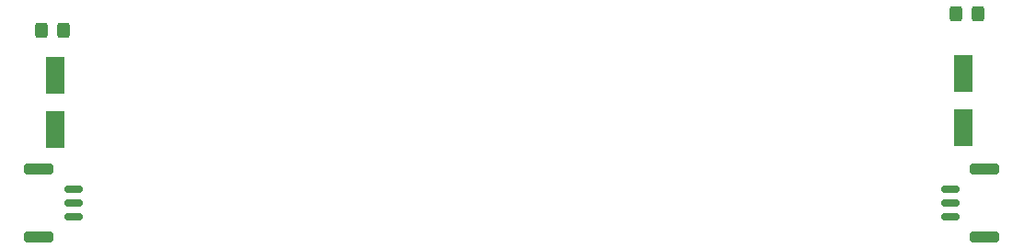
<source format=gbr>
%TF.GenerationSoftware,KiCad,Pcbnew,6.0.4-6f826c9f35~116~ubuntu20.04.1*%
%TF.CreationDate,2022-07-18T09:08:53+00:00*%
%TF.ProjectId,UST2BATTD01A,55535432-4241-4545-9444-3031412e6b69,rev?*%
%TF.SameCoordinates,PX463f660PY87a6900*%
%TF.FileFunction,Paste,Bot*%
%TF.FilePolarity,Positive*%
%FSLAX46Y46*%
G04 Gerber Fmt 4.6, Leading zero omitted, Abs format (unit mm)*
G04 Created by KiCad (PCBNEW 6.0.4-6f826c9f35~116~ubuntu20.04.1) date 2022-07-18 09:08:53*
%MOMM*%
%LPD*%
G01*
G04 APERTURE LIST*
G04 Aperture macros list*
%AMRoundRect*
0 Rectangle with rounded corners*
0 $1 Rounding radius*
0 $2 $3 $4 $5 $6 $7 $8 $9 X,Y pos of 4 corners*
0 Add a 4 corners polygon primitive as box body*
4,1,4,$2,$3,$4,$5,$6,$7,$8,$9,$2,$3,0*
0 Add four circle primitives for the rounded corners*
1,1,$1+$1,$2,$3*
1,1,$1+$1,$4,$5*
1,1,$1+$1,$6,$7*
1,1,$1+$1,$8,$9*
0 Add four rect primitives between the rounded corners*
20,1,$1+$1,$2,$3,$4,$5,0*
20,1,$1+$1,$4,$5,$6,$7,0*
20,1,$1+$1,$6,$7,$8,$9,0*
20,1,$1+$1,$8,$9,$2,$3,0*%
G04 Aperture macros list end*
%ADD10R,1.800000X3.500000*%
%ADD11RoundRect,0.250000X-0.325000X-0.450000X0.325000X-0.450000X0.325000X0.450000X-0.325000X0.450000X0*%
%ADD12RoundRect,0.150000X0.700000X-0.150000X0.700000X0.150000X-0.700000X0.150000X-0.700000X-0.150000X0*%
%ADD13RoundRect,0.250000X1.100000X-0.250000X1.100000X0.250000X-1.100000X0.250000X-1.100000X-0.250000X0*%
%ADD14RoundRect,0.150000X-0.700000X0.150000X-0.700000X-0.150000X0.700000X-0.150000X0.700000X0.150000X0*%
%ADD15RoundRect,0.250000X-1.100000X0.250000X-1.100000X-0.250000X1.100000X-0.250000X1.100000X0.250000X0*%
G04 APERTURE END LIST*
D10*
%TO.C,D4*%
X3683000Y11811000D03*
X3683000Y16811000D03*
%TD*%
D11*
%TO.C,F3*%
X2404000Y20955000D03*
X4454000Y20955000D03*
%TD*%
D12*
%TO.C,J4*%
X5406000Y3750000D03*
X5406000Y5000000D03*
X5406000Y6250000D03*
D13*
X2206000Y8100000D03*
X2206000Y1900000D03*
%TD*%
D10*
%TO.C,D3*%
X87249000Y11978000D03*
X87249000Y16978000D03*
%TD*%
D14*
%TO.C,J3*%
X86034000Y6250000D03*
X86034000Y5000000D03*
X86034000Y3750000D03*
D15*
X89234000Y8100000D03*
X89234000Y1900000D03*
%TD*%
D11*
%TO.C,F4*%
X86605000Y22479000D03*
X88655000Y22479000D03*
%TD*%
M02*

</source>
